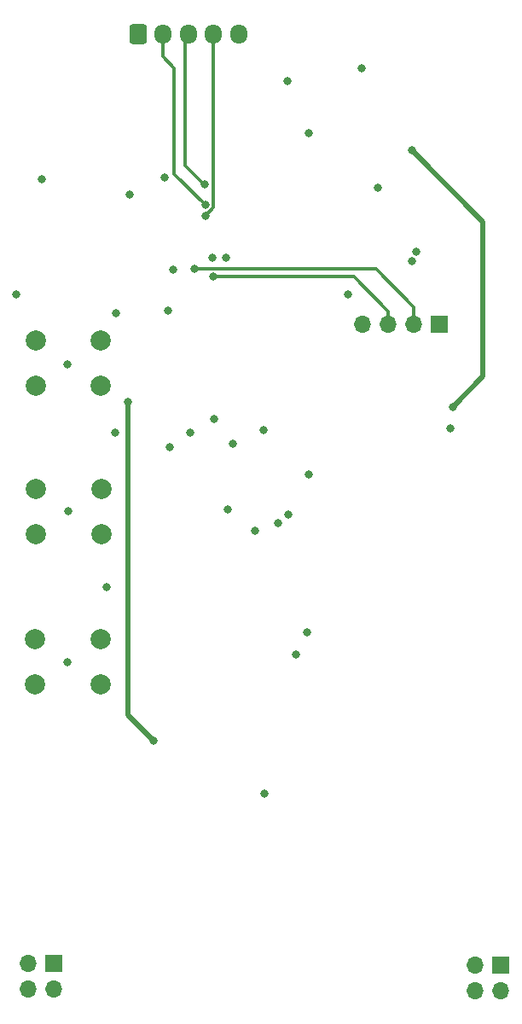
<source format=gbr>
%TF.GenerationSoftware,KiCad,Pcbnew,7.0.1*%
%TF.CreationDate,2023-05-25T09:43:19-05:00*%
%TF.ProjectId,power_supply,706f7765-725f-4737-9570-706c792e6b69,rev?*%
%TF.SameCoordinates,Original*%
%TF.FileFunction,Copper,L2,Inr*%
%TF.FilePolarity,Positive*%
%FSLAX46Y46*%
G04 Gerber Fmt 4.6, Leading zero omitted, Abs format (unit mm)*
G04 Created by KiCad (PCBNEW 7.0.1) date 2023-05-25 09:43:19*
%MOMM*%
%LPD*%
G01*
G04 APERTURE LIST*
G04 Aperture macros list*
%AMRoundRect*
0 Rectangle with rounded corners*
0 $1 Rounding radius*
0 $2 $3 $4 $5 $6 $7 $8 $9 X,Y pos of 4 corners*
0 Add a 4 corners polygon primitive as box body*
4,1,4,$2,$3,$4,$5,$6,$7,$8,$9,$2,$3,0*
0 Add four circle primitives for the rounded corners*
1,1,$1+$1,$2,$3*
1,1,$1+$1,$4,$5*
1,1,$1+$1,$6,$7*
1,1,$1+$1,$8,$9*
0 Add four rect primitives between the rounded corners*
20,1,$1+$1,$2,$3,$4,$5,0*
20,1,$1+$1,$4,$5,$6,$7,0*
20,1,$1+$1,$6,$7,$8,$9,0*
20,1,$1+$1,$8,$9,$2,$3,0*%
G04 Aperture macros list end*
%TA.AperFunction,ComponentPad*%
%ADD10RoundRect,0.250000X-0.600000X-0.725000X0.600000X-0.725000X0.600000X0.725000X-0.600000X0.725000X0*%
%TD*%
%TA.AperFunction,ComponentPad*%
%ADD11O,1.700000X1.950000*%
%TD*%
%TA.AperFunction,ComponentPad*%
%ADD12C,2.000000*%
%TD*%
%TA.AperFunction,ComponentPad*%
%ADD13R,1.700000X1.700000*%
%TD*%
%TA.AperFunction,ComponentPad*%
%ADD14O,1.700000X1.700000*%
%TD*%
%TA.AperFunction,ViaPad*%
%ADD15C,0.800000*%
%TD*%
%TA.AperFunction,Conductor*%
%ADD16C,0.500000*%
%TD*%
%TA.AperFunction,Conductor*%
%ADD17C,0.300000*%
%TD*%
G04 APERTURE END LIST*
D10*
%TO.N,+3.3V*%
%TO.C,J3*%
X192910000Y-34700000D03*
D11*
%TO.N,SWCLCK*%
X195410000Y-34700000D03*
%TO.N,SWDIO*%
X197910000Y-34700000D03*
%TO.N,SWO*%
X200410000Y-34700000D03*
%TO.N,GND*%
X202910000Y-34700000D03*
%TD*%
D12*
%TO.N,GND*%
%TO.C,RST*%
X189260000Y-69590000D03*
X182760000Y-69590000D03*
%TO.N,/Nrst*%
X189260000Y-65090000D03*
X182760000Y-65090000D03*
%TD*%
%TO.N,GND*%
%TO.C,DWN*%
X189220000Y-99230000D03*
X182720000Y-99230000D03*
%TO.N,Net-(R3-Pad1)*%
X189220000Y-94730000D03*
X182720000Y-94730000D03*
%TD*%
D13*
%TO.N,+3.3V*%
%TO.C,J6*%
X222880000Y-63500000D03*
D14*
%TO.N,SDA*%
X220340000Y-63500000D03*
%TO.N,SCL*%
X217800000Y-63500000D03*
%TO.N,GND*%
X215260000Y-63500000D03*
%TD*%
D12*
%TO.N,GND*%
%TO.C,UP*%
X182770000Y-79820000D03*
X189270000Y-79820000D03*
%TO.N,Net-(R2-Pad1)*%
X182770000Y-84320000D03*
X189270000Y-84320000D03*
%TD*%
D13*
%TO.N,Main_Supply*%
%TO.C,J4*%
X228950000Y-127130000D03*
D14*
%TO.N,GND*%
X226410000Y-127130000D03*
%TO.N,Main_Supply*%
X228950000Y-129670000D03*
%TO.N,GND*%
X226410000Y-129670000D03*
%TD*%
D13*
%TO.N,Main_Supply*%
%TO.C,J5*%
X184580000Y-126890000D03*
D14*
%TO.N,GND*%
X182040000Y-126890000D03*
%TO.N,Main_Supply*%
X184580000Y-129430000D03*
%TO.N,GND*%
X182040000Y-129430000D03*
%TD*%
D15*
%TO.N,GND*%
X192100000Y-50670000D03*
%TO.N,Raw*%
X220110000Y-46250000D03*
X224160000Y-71710000D03*
%TO.N,GND*%
X190690000Y-74270000D03*
X209680000Y-94050000D03*
X196390000Y-58100000D03*
X200500000Y-72890000D03*
X207750000Y-39420000D03*
X201810000Y-81850000D03*
X198110000Y-74270000D03*
X209880000Y-44560000D03*
X215170000Y-38090000D03*
X195929999Y-62140001D03*
X205470000Y-110070000D03*
X220130000Y-57260000D03*
X183350000Y-49150000D03*
X201710000Y-56910000D03*
X223910000Y-73820000D03*
X185900000Y-97010000D03*
X209850000Y-78420000D03*
X208650000Y-96280000D03*
X189790000Y-89590000D03*
X186030000Y-82070000D03*
X180870000Y-60560000D03*
X216780000Y-49990000D03*
X205400000Y-74040000D03*
X185910000Y-67530000D03*
%TO.N,+3.3V*%
X196070000Y-75700000D03*
X213800000Y-60510000D03*
X190740000Y-62400000D03*
X195580000Y-48960000D03*
X204550000Y-84000000D03*
X220590000Y-56290000D03*
X202390000Y-75350000D03*
%TO.N,VOUT*%
X207870000Y-82400000D03*
X206850000Y-83280000D03*
%TO.N,Main_Supply*%
X191930000Y-71230000D03*
X194450000Y-104840000D03*
%TO.N,SWCLCK*%
X199630000Y-51670000D03*
%TO.N,SWDIO*%
X199550000Y-49630000D03*
X200290000Y-56890000D03*
%TO.N,SWO*%
X199640000Y-52720000D03*
%TO.N,SDA*%
X198540000Y-58030000D03*
%TO.N,SCL*%
X200400000Y-58800000D03*
%TD*%
D16*
%TO.N,Raw*%
X227180000Y-53320000D02*
X220110000Y-46250000D01*
X227180000Y-68690000D02*
X227180000Y-53320000D01*
X224160000Y-71710000D02*
X227180000Y-68690000D01*
%TO.N,Main_Supply*%
X191930000Y-71230000D02*
X191930000Y-102320000D01*
X191930000Y-102320000D02*
X194450000Y-104840000D01*
D17*
%TO.N,SWCLCK*%
X196550000Y-38080000D02*
X195410000Y-36940000D01*
X195410000Y-36940000D02*
X195410000Y-34700000D01*
X196550000Y-48590000D02*
X196550000Y-38080000D01*
X199630000Y-51670000D02*
X196550000Y-48590000D01*
%TO.N,SWDIO*%
X199500000Y-49630000D02*
X197650000Y-47780000D01*
X197650000Y-47780000D02*
X197650000Y-34960000D01*
X197650000Y-34960000D02*
X197910000Y-34700000D01*
%TO.N,SWO*%
X199640000Y-52720000D02*
X200410000Y-51950000D01*
X200410000Y-51950000D02*
X200410000Y-34700000D01*
%TO.N,SDA*%
X216590000Y-58030000D02*
X198540000Y-58030000D01*
X220340000Y-61780000D02*
X216590000Y-58030000D01*
X220340000Y-63500000D02*
X220340000Y-61780000D01*
%TO.N,SCL*%
X214370000Y-58800000D02*
X217800000Y-62230000D01*
X200400000Y-58800000D02*
X214370000Y-58800000D01*
X217800000Y-62230000D02*
X217800000Y-63500000D01*
%TD*%
M02*

</source>
